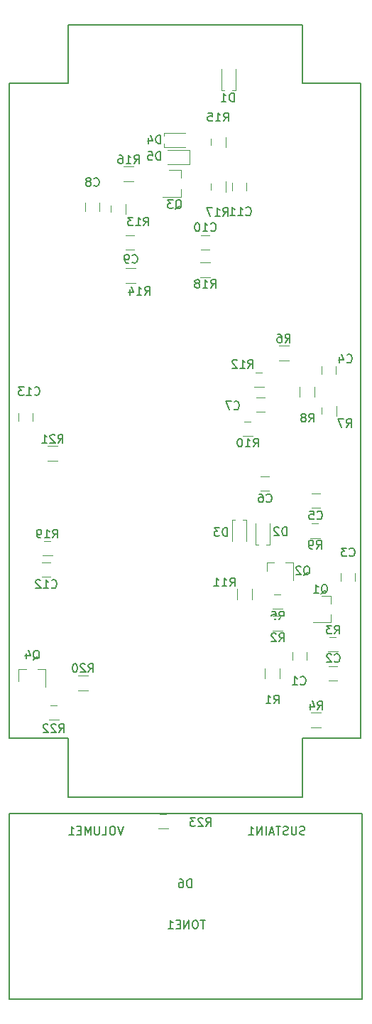
<source format=gbr>
G04 #@! TF.FileFunction,Legend,Bot*
%FSLAX46Y46*%
G04 Gerber Fmt 4.6, Leading zero omitted, Abs format (unit mm)*
G04 Created by KiCad (PCBNEW 4.0.6) date 01/08/18 00:15:57*
%MOMM*%
%LPD*%
G01*
G04 APERTURE LIST*
%ADD10C,0.100000*%
%ADD11C,0.150000*%
%ADD12C,0.120000*%
%ADD13R,1.200000X1.300000*%
%ADD14R,3.900000X3.900000*%
%ADD15O,5.400000X4.400000*%
%ADD16R,1.300000X1.200000*%
%ADD17O,4.400000X3.900000*%
%ADD18C,2.200000*%
%ADD19C,3.400000*%
%ADD20R,2.200000X2.200000*%
%ADD21R,2.100000X2.100000*%
%ADD22O,2.100000X2.100000*%
%ADD23R,0.850000X1.000000*%
%ADD24R,1.000000X0.850000*%
%ADD25R,1.650000X1.900000*%
%ADD26R,1.900000X1.650000*%
%ADD27R,1.700000X1.900000*%
%ADD28R,1.900000X1.700000*%
G04 APERTURE END LIST*
D10*
D11*
X96012000Y-188849000D02*
X96012000Y-110871000D01*
X61087000Y-195834000D02*
X89027000Y-195834000D01*
X61087000Y-188849000D02*
X54102000Y-188849000D01*
X54102000Y-110871000D02*
X54102000Y-188849000D01*
X89027000Y-103886000D02*
X61087000Y-103886000D01*
X96139000Y-197802500D02*
X54102000Y-197802500D01*
X96139000Y-197802500D02*
X96012000Y-197802500D01*
X96139000Y-219900500D02*
X96139000Y-197802500D01*
X54102000Y-219900500D02*
X54102000Y-197929500D01*
X54102000Y-197802500D02*
X54102000Y-197929500D01*
X54178200Y-219875100D02*
X96189800Y-219875100D01*
X61087000Y-110871000D02*
X54102000Y-110871000D01*
X61087000Y-103886000D02*
X61087000Y-110871000D01*
X89027000Y-110871000D02*
X96012000Y-110871000D01*
X89027000Y-103886000D02*
X89027000Y-110871000D01*
X89027000Y-188849000D02*
X89027000Y-195834000D01*
X96012000Y-188849000D02*
X89027000Y-188849000D01*
X61087000Y-188849000D02*
X61087000Y-195834000D01*
D12*
X55189000Y-180596000D02*
X56119000Y-180596000D01*
X58349000Y-180596000D02*
X57419000Y-180596000D01*
X58349000Y-180596000D02*
X58349000Y-182756000D01*
X55189000Y-180596000D02*
X55189000Y-182056000D01*
X92454000Y-171902000D02*
X92454000Y-172832000D01*
X92454000Y-175062000D02*
X92454000Y-174132000D01*
X92454000Y-175062000D02*
X90294000Y-175062000D01*
X92454000Y-171902000D02*
X90994000Y-171902000D01*
X84780000Y-167896000D02*
X85710000Y-167896000D01*
X87940000Y-167896000D02*
X87010000Y-167896000D01*
X87940000Y-167896000D02*
X87940000Y-170056000D01*
X84780000Y-167896000D02*
X84780000Y-169356000D01*
X74547000Y-121229000D02*
X74547000Y-122159000D01*
X74547000Y-124389000D02*
X74547000Y-123459000D01*
X74547000Y-124389000D02*
X72387000Y-124389000D01*
X74547000Y-121229000D02*
X73087000Y-121229000D01*
X81114000Y-111736000D02*
X79414000Y-111736000D01*
X79414000Y-111736000D02*
X79414000Y-109186000D01*
X81114000Y-111736000D02*
X81114000Y-109186000D01*
X85178000Y-165838000D02*
X83478000Y-165838000D01*
X83478000Y-165838000D02*
X83478000Y-163288000D01*
X85178000Y-165838000D02*
X85178000Y-163288000D01*
X80684000Y-162838000D02*
X82384000Y-162838000D01*
X82384000Y-162838000D02*
X82384000Y-165388000D01*
X80684000Y-162838000D02*
X80684000Y-165388000D01*
X75541000Y-118784000D02*
X75541000Y-120484000D01*
X75541000Y-120484000D02*
X72991000Y-120484000D01*
X75541000Y-118784000D02*
X72991000Y-118784000D01*
X72541000Y-118452000D02*
X72541000Y-116752000D01*
X72541000Y-116752000D02*
X75091000Y-116752000D01*
X72541000Y-118452000D02*
X75091000Y-118452000D01*
X87859500Y-179570000D02*
X87859500Y-178570000D01*
X89559500Y-178570000D02*
X89559500Y-179570000D01*
X92210000Y-180252000D02*
X93210000Y-180252000D01*
X93210000Y-181952000D02*
X92210000Y-181952000D01*
X93638000Y-170172000D02*
X93638000Y-169172000D01*
X95338000Y-169172000D02*
X95338000Y-170172000D01*
X91352000Y-145534000D02*
X91352000Y-144534000D01*
X93052000Y-144534000D02*
X93052000Y-145534000D01*
X91114500Y-161441500D02*
X90114500Y-161441500D01*
X90114500Y-159741500D02*
X91114500Y-159741500D01*
X85082000Y-159409500D02*
X84082000Y-159409500D01*
X84082000Y-157709500D02*
X85082000Y-157709500D01*
X83510500Y-148311500D02*
X84510500Y-148311500D01*
X84510500Y-150011500D02*
X83510500Y-150011500D01*
X63158000Y-126103000D02*
X63158000Y-125103000D01*
X64858000Y-125103000D02*
X64858000Y-126103000D01*
X67953000Y-129007500D02*
X68953000Y-129007500D01*
X68953000Y-130707500D02*
X67953000Y-130707500D01*
X76970000Y-128944000D02*
X77970000Y-128944000D01*
X77970000Y-130644000D02*
X76970000Y-130644000D01*
X82384000Y-122690000D02*
X82384000Y-123690000D01*
X80684000Y-123690000D02*
X80684000Y-122690000D01*
X58983500Y-169633000D02*
X57983500Y-169633000D01*
X57983500Y-167933000D02*
X58983500Y-167933000D01*
X56857000Y-150122000D02*
X56857000Y-151122000D01*
X55157000Y-151122000D02*
X55157000Y-150122000D01*
X86351000Y-181765500D02*
X86351000Y-180565500D01*
X84591000Y-180565500D02*
X84591000Y-181765500D01*
X86706000Y-174316500D02*
X85506000Y-174316500D01*
X85506000Y-176076500D02*
X86706000Y-176076500D01*
X92110000Y-178553000D02*
X93310000Y-178553000D01*
X93310000Y-176793000D02*
X92110000Y-176793000D01*
X90078000Y-187570000D02*
X91278000Y-187570000D01*
X91278000Y-185810000D02*
X90078000Y-185810000D01*
X86706000Y-171713000D02*
X85506000Y-171713000D01*
X85506000Y-173473000D02*
X86706000Y-173473000D01*
X87404500Y-142122000D02*
X86204500Y-142122000D01*
X86204500Y-143882000D02*
X87404500Y-143882000D01*
X93082000Y-150523500D02*
X93082000Y-149323500D01*
X91322000Y-149323500D02*
X91322000Y-150523500D01*
X88718500Y-147037500D02*
X88718500Y-148237500D01*
X90478500Y-148237500D02*
X90478500Y-147037500D01*
X91151000Y-163267500D02*
X89951000Y-163267500D01*
X89951000Y-165027500D02*
X91151000Y-165027500D01*
X83150000Y-151139000D02*
X81950000Y-151139000D01*
X81950000Y-152899000D02*
X83150000Y-152899000D01*
X83049000Y-172304000D02*
X83049000Y-171104000D01*
X81289000Y-171104000D02*
X81289000Y-172304000D01*
X83283500Y-147057000D02*
X84483500Y-147057000D01*
X84483500Y-145297000D02*
X83283500Y-145297000D01*
X66176000Y-125257000D02*
X66176000Y-126457000D01*
X67936000Y-126457000D02*
X67936000Y-125257000D01*
X67980000Y-134674500D02*
X69180000Y-134674500D01*
X69180000Y-132914500D02*
X67980000Y-132914500D01*
X79874000Y-118519500D02*
X79874000Y-117319500D01*
X78114000Y-117319500D02*
X78114000Y-118519500D01*
X67726000Y-122546000D02*
X68926000Y-122546000D01*
X68926000Y-120786000D02*
X67726000Y-120786000D01*
X78114000Y-122590000D02*
X78114000Y-123790000D01*
X79874000Y-123790000D02*
X79874000Y-122590000D01*
X78070000Y-132216000D02*
X76870000Y-132216000D01*
X76870000Y-133976000D02*
X78070000Y-133976000D01*
X58010500Y-167123000D02*
X59210500Y-167123000D01*
X59210500Y-165363000D02*
X58010500Y-165363000D01*
X63465000Y-181428500D02*
X62265000Y-181428500D01*
X62265000Y-183188500D02*
X63465000Y-183188500D01*
X58645500Y-155820000D02*
X59845500Y-155820000D01*
X59845500Y-154060000D02*
X58645500Y-154060000D01*
X59972500Y-184921000D02*
X58772500Y-184921000D01*
X58772500Y-186681000D02*
X59972500Y-186681000D01*
X71853500Y-199635000D02*
X73053500Y-199635000D01*
X73053500Y-197875000D02*
X71853500Y-197875000D01*
D11*
X56927738Y-179490619D02*
X57022976Y-179443000D01*
X57118214Y-179347762D01*
X57261071Y-179204905D01*
X57356310Y-179157286D01*
X57451548Y-179157286D01*
X57403929Y-179395381D02*
X57499167Y-179347762D01*
X57594405Y-179252524D01*
X57642024Y-179062048D01*
X57642024Y-178728714D01*
X57594405Y-178538238D01*
X57499167Y-178443000D01*
X57403929Y-178395381D01*
X57213452Y-178395381D01*
X57118214Y-178443000D01*
X57022976Y-178538238D01*
X56975357Y-178728714D01*
X56975357Y-179062048D01*
X57022976Y-179252524D01*
X57118214Y-179347762D01*
X57213452Y-179395381D01*
X57403929Y-179395381D01*
X56118214Y-178728714D02*
X56118214Y-179395381D01*
X56356310Y-178347762D02*
X56594405Y-179062048D01*
X55975357Y-179062048D01*
X91281238Y-171642019D02*
X91376476Y-171594400D01*
X91471714Y-171499162D01*
X91614571Y-171356305D01*
X91709810Y-171308686D01*
X91805048Y-171308686D01*
X91757429Y-171546781D02*
X91852667Y-171499162D01*
X91947905Y-171403924D01*
X91995524Y-171213448D01*
X91995524Y-170880114D01*
X91947905Y-170689638D01*
X91852667Y-170594400D01*
X91757429Y-170546781D01*
X91566952Y-170546781D01*
X91471714Y-170594400D01*
X91376476Y-170689638D01*
X91328857Y-170880114D01*
X91328857Y-171213448D01*
X91376476Y-171403924D01*
X91471714Y-171499162D01*
X91566952Y-171546781D01*
X91757429Y-171546781D01*
X90376476Y-171546781D02*
X90947905Y-171546781D01*
X90662191Y-171546781D02*
X90662191Y-170546781D01*
X90757429Y-170689638D01*
X90852667Y-170784876D01*
X90947905Y-170832495D01*
X89185738Y-169457619D02*
X89280976Y-169410000D01*
X89376214Y-169314762D01*
X89519071Y-169171905D01*
X89614310Y-169124286D01*
X89709548Y-169124286D01*
X89661929Y-169362381D02*
X89757167Y-169314762D01*
X89852405Y-169219524D01*
X89900024Y-169029048D01*
X89900024Y-168695714D01*
X89852405Y-168505238D01*
X89757167Y-168410000D01*
X89661929Y-168362381D01*
X89471452Y-168362381D01*
X89376214Y-168410000D01*
X89280976Y-168505238D01*
X89233357Y-168695714D01*
X89233357Y-169029048D01*
X89280976Y-169219524D01*
X89376214Y-169314762D01*
X89471452Y-169362381D01*
X89661929Y-169362381D01*
X88852405Y-168457619D02*
X88804786Y-168410000D01*
X88709548Y-168362381D01*
X88471452Y-168362381D01*
X88376214Y-168410000D01*
X88328595Y-168457619D01*
X88280976Y-168552857D01*
X88280976Y-168648095D01*
X88328595Y-168790952D01*
X88900024Y-169362381D01*
X88280976Y-169362381D01*
X73882238Y-125856619D02*
X73977476Y-125809000D01*
X74072714Y-125713762D01*
X74215571Y-125570905D01*
X74310810Y-125523286D01*
X74406048Y-125523286D01*
X74358429Y-125761381D02*
X74453667Y-125713762D01*
X74548905Y-125618524D01*
X74596524Y-125428048D01*
X74596524Y-125094714D01*
X74548905Y-124904238D01*
X74453667Y-124809000D01*
X74358429Y-124761381D01*
X74167952Y-124761381D01*
X74072714Y-124809000D01*
X73977476Y-124904238D01*
X73929857Y-125094714D01*
X73929857Y-125428048D01*
X73977476Y-125618524D01*
X74072714Y-125713762D01*
X74167952Y-125761381D01*
X74358429Y-125761381D01*
X73596524Y-124761381D02*
X72977476Y-124761381D01*
X73310810Y-125142333D01*
X73167952Y-125142333D01*
X73072714Y-125189952D01*
X73025095Y-125237571D01*
X72977476Y-125332810D01*
X72977476Y-125570905D01*
X73025095Y-125666143D01*
X73072714Y-125713762D01*
X73167952Y-125761381D01*
X73453667Y-125761381D01*
X73548905Y-125713762D01*
X73596524Y-125666143D01*
X89312333Y-200302762D02*
X89169476Y-200350381D01*
X88931380Y-200350381D01*
X88836142Y-200302762D01*
X88788523Y-200255143D01*
X88740904Y-200159905D01*
X88740904Y-200064667D01*
X88788523Y-199969429D01*
X88836142Y-199921810D01*
X88931380Y-199874190D01*
X89121857Y-199826571D01*
X89217095Y-199778952D01*
X89264714Y-199731333D01*
X89312333Y-199636095D01*
X89312333Y-199540857D01*
X89264714Y-199445619D01*
X89217095Y-199398000D01*
X89121857Y-199350381D01*
X88883761Y-199350381D01*
X88740904Y-199398000D01*
X88312333Y-199350381D02*
X88312333Y-200159905D01*
X88264714Y-200255143D01*
X88217095Y-200302762D01*
X88121857Y-200350381D01*
X87931380Y-200350381D01*
X87836142Y-200302762D01*
X87788523Y-200255143D01*
X87740904Y-200159905D01*
X87740904Y-199350381D01*
X87312333Y-200302762D02*
X87169476Y-200350381D01*
X86931380Y-200350381D01*
X86836142Y-200302762D01*
X86788523Y-200255143D01*
X86740904Y-200159905D01*
X86740904Y-200064667D01*
X86788523Y-199969429D01*
X86836142Y-199921810D01*
X86931380Y-199874190D01*
X87121857Y-199826571D01*
X87217095Y-199778952D01*
X87264714Y-199731333D01*
X87312333Y-199636095D01*
X87312333Y-199540857D01*
X87264714Y-199445619D01*
X87217095Y-199398000D01*
X87121857Y-199350381D01*
X86883761Y-199350381D01*
X86740904Y-199398000D01*
X86455190Y-199350381D02*
X85883761Y-199350381D01*
X86169476Y-200350381D02*
X86169476Y-199350381D01*
X85598047Y-200064667D02*
X85121856Y-200064667D01*
X85693285Y-200350381D02*
X85359952Y-199350381D01*
X85026618Y-200350381D01*
X84693285Y-200350381D02*
X84693285Y-199350381D01*
X84217095Y-200350381D02*
X84217095Y-199350381D01*
X83645666Y-200350381D01*
X83645666Y-199350381D01*
X82645666Y-200350381D02*
X83217095Y-200350381D01*
X82931381Y-200350381D02*
X82931381Y-199350381D01*
X83026619Y-199493238D01*
X83121857Y-199588476D01*
X83217095Y-199636095D01*
X77445905Y-210526381D02*
X76874476Y-210526381D01*
X77160191Y-211526381D02*
X77160191Y-210526381D01*
X76350667Y-210526381D02*
X76160190Y-210526381D01*
X76064952Y-210574000D01*
X75969714Y-210669238D01*
X75922095Y-210859714D01*
X75922095Y-211193048D01*
X75969714Y-211383524D01*
X76064952Y-211478762D01*
X76160190Y-211526381D01*
X76350667Y-211526381D01*
X76445905Y-211478762D01*
X76541143Y-211383524D01*
X76588762Y-211193048D01*
X76588762Y-210859714D01*
X76541143Y-210669238D01*
X76445905Y-210574000D01*
X76350667Y-210526381D01*
X75493524Y-211526381D02*
X75493524Y-210526381D01*
X74922095Y-211526381D01*
X74922095Y-210526381D01*
X74445905Y-211002571D02*
X74112571Y-211002571D01*
X73969714Y-211526381D02*
X74445905Y-211526381D01*
X74445905Y-210526381D01*
X73969714Y-210526381D01*
X73017333Y-211526381D02*
X73588762Y-211526381D01*
X73303048Y-211526381D02*
X73303048Y-210526381D01*
X73398286Y-210669238D01*
X73493524Y-210764476D01*
X73588762Y-210812095D01*
X67674714Y-199350381D02*
X67341381Y-200350381D01*
X67008047Y-199350381D01*
X66484238Y-199350381D02*
X66293761Y-199350381D01*
X66198523Y-199398000D01*
X66103285Y-199493238D01*
X66055666Y-199683714D01*
X66055666Y-200017048D01*
X66103285Y-200207524D01*
X66198523Y-200302762D01*
X66293761Y-200350381D01*
X66484238Y-200350381D01*
X66579476Y-200302762D01*
X66674714Y-200207524D01*
X66722333Y-200017048D01*
X66722333Y-199683714D01*
X66674714Y-199493238D01*
X66579476Y-199398000D01*
X66484238Y-199350381D01*
X65150904Y-200350381D02*
X65627095Y-200350381D01*
X65627095Y-199350381D01*
X64817571Y-199350381D02*
X64817571Y-200159905D01*
X64769952Y-200255143D01*
X64722333Y-200302762D01*
X64627095Y-200350381D01*
X64436618Y-200350381D01*
X64341380Y-200302762D01*
X64293761Y-200255143D01*
X64246142Y-200159905D01*
X64246142Y-199350381D01*
X63769952Y-200350381D02*
X63769952Y-199350381D01*
X63436618Y-200064667D01*
X63103285Y-199350381D01*
X63103285Y-200350381D01*
X62627095Y-199826571D02*
X62293761Y-199826571D01*
X62150904Y-200350381D02*
X62627095Y-200350381D01*
X62627095Y-199350381D01*
X62150904Y-199350381D01*
X61198523Y-200350381D02*
X61769952Y-200350381D01*
X61484238Y-200350381D02*
X61484238Y-199350381D01*
X61579476Y-199493238D01*
X61674714Y-199588476D01*
X61769952Y-199636095D01*
X75795095Y-206636881D02*
X75795095Y-205636881D01*
X75557000Y-205636881D01*
X75414142Y-205684500D01*
X75318904Y-205779738D01*
X75271285Y-205874976D01*
X75223666Y-206065452D01*
X75223666Y-206208310D01*
X75271285Y-206398786D01*
X75318904Y-206494024D01*
X75414142Y-206589262D01*
X75557000Y-206636881D01*
X75795095Y-206636881D01*
X74366523Y-205636881D02*
X74557000Y-205636881D01*
X74652238Y-205684500D01*
X74699857Y-205732119D01*
X74795095Y-205874976D01*
X74842714Y-206065452D01*
X74842714Y-206446405D01*
X74795095Y-206541643D01*
X74747476Y-206589262D01*
X74652238Y-206636881D01*
X74461761Y-206636881D01*
X74366523Y-206589262D01*
X74318904Y-206541643D01*
X74271285Y-206446405D01*
X74271285Y-206208310D01*
X74318904Y-206113071D01*
X74366523Y-206065452D01*
X74461761Y-206017833D01*
X74652238Y-206017833D01*
X74747476Y-206065452D01*
X74795095Y-206113071D01*
X74842714Y-206208310D01*
X80875095Y-113037881D02*
X80875095Y-112037881D01*
X80637000Y-112037881D01*
X80494142Y-112085500D01*
X80398904Y-112180738D01*
X80351285Y-112275976D01*
X80303666Y-112466452D01*
X80303666Y-112609310D01*
X80351285Y-112799786D01*
X80398904Y-112895024D01*
X80494142Y-112990262D01*
X80637000Y-113037881D01*
X80875095Y-113037881D01*
X79351285Y-113037881D02*
X79922714Y-113037881D01*
X79637000Y-113037881D02*
X79637000Y-112037881D01*
X79732238Y-112180738D01*
X79827476Y-112275976D01*
X79922714Y-112323595D01*
X87161595Y-164726881D02*
X87161595Y-163726881D01*
X86923500Y-163726881D01*
X86780642Y-163774500D01*
X86685404Y-163869738D01*
X86637785Y-163964976D01*
X86590166Y-164155452D01*
X86590166Y-164298310D01*
X86637785Y-164488786D01*
X86685404Y-164584024D01*
X86780642Y-164679262D01*
X86923500Y-164726881D01*
X87161595Y-164726881D01*
X86209214Y-163822119D02*
X86161595Y-163774500D01*
X86066357Y-163726881D01*
X85828261Y-163726881D01*
X85733023Y-163774500D01*
X85685404Y-163822119D01*
X85637785Y-163917357D01*
X85637785Y-164012595D01*
X85685404Y-164155452D01*
X86256833Y-164726881D01*
X85637785Y-164726881D01*
X80049595Y-164790381D02*
X80049595Y-163790381D01*
X79811500Y-163790381D01*
X79668642Y-163838000D01*
X79573404Y-163933238D01*
X79525785Y-164028476D01*
X79478166Y-164218952D01*
X79478166Y-164361810D01*
X79525785Y-164552286D01*
X79573404Y-164647524D01*
X79668642Y-164742762D01*
X79811500Y-164790381D01*
X80049595Y-164790381D01*
X79144833Y-163790381D02*
X78525785Y-163790381D01*
X78859119Y-164171333D01*
X78716261Y-164171333D01*
X78621023Y-164218952D01*
X78573404Y-164266571D01*
X78525785Y-164361810D01*
X78525785Y-164599905D01*
X78573404Y-164695143D01*
X78621023Y-164742762D01*
X78716261Y-164790381D01*
X79001976Y-164790381D01*
X79097214Y-164742762D01*
X79144833Y-164695143D01*
X72112095Y-118054381D02*
X72112095Y-117054381D01*
X71874000Y-117054381D01*
X71731142Y-117102000D01*
X71635904Y-117197238D01*
X71588285Y-117292476D01*
X71540666Y-117482952D01*
X71540666Y-117625810D01*
X71588285Y-117816286D01*
X71635904Y-117911524D01*
X71731142Y-118006762D01*
X71874000Y-118054381D01*
X72112095Y-118054381D01*
X70683523Y-117387714D02*
X70683523Y-118054381D01*
X70921619Y-117006762D02*
X71159714Y-117721048D01*
X70540666Y-117721048D01*
X72112095Y-120022881D02*
X72112095Y-119022881D01*
X71874000Y-119022881D01*
X71731142Y-119070500D01*
X71635904Y-119165738D01*
X71588285Y-119260976D01*
X71540666Y-119451452D01*
X71540666Y-119594310D01*
X71588285Y-119784786D01*
X71635904Y-119880024D01*
X71731142Y-119975262D01*
X71874000Y-120022881D01*
X72112095Y-120022881D01*
X70635904Y-119022881D02*
X71112095Y-119022881D01*
X71159714Y-119499071D01*
X71112095Y-119451452D01*
X71016857Y-119403833D01*
X70778761Y-119403833D01*
X70683523Y-119451452D01*
X70635904Y-119499071D01*
X70588285Y-119594310D01*
X70588285Y-119832405D01*
X70635904Y-119927643D01*
X70683523Y-119975262D01*
X70778761Y-120022881D01*
X71016857Y-120022881D01*
X71112095Y-119975262D01*
X71159714Y-119927643D01*
X88812666Y-182411643D02*
X88860285Y-182459262D01*
X89003142Y-182506881D01*
X89098380Y-182506881D01*
X89241238Y-182459262D01*
X89336476Y-182364024D01*
X89384095Y-182268786D01*
X89431714Y-182078310D01*
X89431714Y-181935452D01*
X89384095Y-181744976D01*
X89336476Y-181649738D01*
X89241238Y-181554500D01*
X89098380Y-181506881D01*
X89003142Y-181506881D01*
X88860285Y-181554500D01*
X88812666Y-181602119D01*
X87860285Y-182506881D02*
X88431714Y-182506881D01*
X88146000Y-182506881D02*
X88146000Y-181506881D01*
X88241238Y-181649738D01*
X88336476Y-181744976D01*
X88431714Y-181792595D01*
X92876666Y-179709143D02*
X92924285Y-179756762D01*
X93067142Y-179804381D01*
X93162380Y-179804381D01*
X93305238Y-179756762D01*
X93400476Y-179661524D01*
X93448095Y-179566286D01*
X93495714Y-179375810D01*
X93495714Y-179232952D01*
X93448095Y-179042476D01*
X93400476Y-178947238D01*
X93305238Y-178852000D01*
X93162380Y-178804381D01*
X93067142Y-178804381D01*
X92924285Y-178852000D01*
X92876666Y-178899619D01*
X92495714Y-178899619D02*
X92448095Y-178852000D01*
X92352857Y-178804381D01*
X92114761Y-178804381D01*
X92019523Y-178852000D01*
X91971904Y-178899619D01*
X91924285Y-178994857D01*
X91924285Y-179090095D01*
X91971904Y-179232952D01*
X92543333Y-179804381D01*
X91924285Y-179804381D01*
X94654666Y-167108143D02*
X94702285Y-167155762D01*
X94845142Y-167203381D01*
X94940380Y-167203381D01*
X95083238Y-167155762D01*
X95178476Y-167060524D01*
X95226095Y-166965286D01*
X95273714Y-166774810D01*
X95273714Y-166631952D01*
X95226095Y-166441476D01*
X95178476Y-166346238D01*
X95083238Y-166251000D01*
X94940380Y-166203381D01*
X94845142Y-166203381D01*
X94702285Y-166251000D01*
X94654666Y-166298619D01*
X94321333Y-166203381D02*
X93702285Y-166203381D01*
X94035619Y-166584333D01*
X93892761Y-166584333D01*
X93797523Y-166631952D01*
X93749904Y-166679571D01*
X93702285Y-166774810D01*
X93702285Y-167012905D01*
X93749904Y-167108143D01*
X93797523Y-167155762D01*
X93892761Y-167203381D01*
X94178476Y-167203381D01*
X94273714Y-167155762D01*
X94321333Y-167108143D01*
X94337166Y-144057643D02*
X94384785Y-144105262D01*
X94527642Y-144152881D01*
X94622880Y-144152881D01*
X94765738Y-144105262D01*
X94860976Y-144010024D01*
X94908595Y-143914786D01*
X94956214Y-143724310D01*
X94956214Y-143581452D01*
X94908595Y-143390976D01*
X94860976Y-143295738D01*
X94765738Y-143200500D01*
X94622880Y-143152881D01*
X94527642Y-143152881D01*
X94384785Y-143200500D01*
X94337166Y-143248119D01*
X93480023Y-143486214D02*
X93480023Y-144152881D01*
X93718119Y-143105262D02*
X93956214Y-143819548D01*
X93337166Y-143819548D01*
X90781166Y-162698643D02*
X90828785Y-162746262D01*
X90971642Y-162793881D01*
X91066880Y-162793881D01*
X91209738Y-162746262D01*
X91304976Y-162651024D01*
X91352595Y-162555786D01*
X91400214Y-162365310D01*
X91400214Y-162222452D01*
X91352595Y-162031976D01*
X91304976Y-161936738D01*
X91209738Y-161841500D01*
X91066880Y-161793881D01*
X90971642Y-161793881D01*
X90828785Y-161841500D01*
X90781166Y-161889119D01*
X89876404Y-161793881D02*
X90352595Y-161793881D01*
X90400214Y-162270071D01*
X90352595Y-162222452D01*
X90257357Y-162174833D01*
X90019261Y-162174833D01*
X89924023Y-162222452D01*
X89876404Y-162270071D01*
X89828785Y-162365310D01*
X89828785Y-162603405D01*
X89876404Y-162698643D01*
X89924023Y-162746262D01*
X90019261Y-162793881D01*
X90257357Y-162793881D01*
X90352595Y-162746262D01*
X90400214Y-162698643D01*
X84748666Y-160666643D02*
X84796285Y-160714262D01*
X84939142Y-160761881D01*
X85034380Y-160761881D01*
X85177238Y-160714262D01*
X85272476Y-160619024D01*
X85320095Y-160523786D01*
X85367714Y-160333310D01*
X85367714Y-160190452D01*
X85320095Y-159999976D01*
X85272476Y-159904738D01*
X85177238Y-159809500D01*
X85034380Y-159761881D01*
X84939142Y-159761881D01*
X84796285Y-159809500D01*
X84748666Y-159857119D01*
X83891523Y-159761881D02*
X84082000Y-159761881D01*
X84177238Y-159809500D01*
X84224857Y-159857119D01*
X84320095Y-159999976D01*
X84367714Y-160190452D01*
X84367714Y-160571405D01*
X84320095Y-160666643D01*
X84272476Y-160714262D01*
X84177238Y-160761881D01*
X83986761Y-160761881D01*
X83891523Y-160714262D01*
X83843904Y-160666643D01*
X83796285Y-160571405D01*
X83796285Y-160333310D01*
X83843904Y-160238071D01*
X83891523Y-160190452D01*
X83986761Y-160142833D01*
X84177238Y-160142833D01*
X84272476Y-160190452D01*
X84320095Y-160238071D01*
X84367714Y-160333310D01*
X80875166Y-149645643D02*
X80922785Y-149693262D01*
X81065642Y-149740881D01*
X81160880Y-149740881D01*
X81303738Y-149693262D01*
X81398976Y-149598024D01*
X81446595Y-149502786D01*
X81494214Y-149312310D01*
X81494214Y-149169452D01*
X81446595Y-148978976D01*
X81398976Y-148883738D01*
X81303738Y-148788500D01*
X81160880Y-148740881D01*
X81065642Y-148740881D01*
X80922785Y-148788500D01*
X80875166Y-148836119D01*
X80541833Y-148740881D02*
X79875166Y-148740881D01*
X80303738Y-149740881D01*
X64174666Y-123039143D02*
X64222285Y-123086762D01*
X64365142Y-123134381D01*
X64460380Y-123134381D01*
X64603238Y-123086762D01*
X64698476Y-122991524D01*
X64746095Y-122896286D01*
X64793714Y-122705810D01*
X64793714Y-122562952D01*
X64746095Y-122372476D01*
X64698476Y-122277238D01*
X64603238Y-122182000D01*
X64460380Y-122134381D01*
X64365142Y-122134381D01*
X64222285Y-122182000D01*
X64174666Y-122229619D01*
X63603238Y-122562952D02*
X63698476Y-122515333D01*
X63746095Y-122467714D01*
X63793714Y-122372476D01*
X63793714Y-122324857D01*
X63746095Y-122229619D01*
X63698476Y-122182000D01*
X63603238Y-122134381D01*
X63412761Y-122134381D01*
X63317523Y-122182000D01*
X63269904Y-122229619D01*
X63222285Y-122324857D01*
X63222285Y-122372476D01*
X63269904Y-122467714D01*
X63317523Y-122515333D01*
X63412761Y-122562952D01*
X63603238Y-122562952D01*
X63698476Y-122610571D01*
X63746095Y-122658190D01*
X63793714Y-122753429D01*
X63793714Y-122943905D01*
X63746095Y-123039143D01*
X63698476Y-123086762D01*
X63603238Y-123134381D01*
X63412761Y-123134381D01*
X63317523Y-123086762D01*
X63269904Y-123039143D01*
X63222285Y-122943905D01*
X63222285Y-122753429D01*
X63269904Y-122658190D01*
X63317523Y-122610571D01*
X63412761Y-122562952D01*
X68746666Y-132183143D02*
X68794285Y-132230762D01*
X68937142Y-132278381D01*
X69032380Y-132278381D01*
X69175238Y-132230762D01*
X69270476Y-132135524D01*
X69318095Y-132040286D01*
X69365714Y-131849810D01*
X69365714Y-131706952D01*
X69318095Y-131516476D01*
X69270476Y-131421238D01*
X69175238Y-131326000D01*
X69032380Y-131278381D01*
X68937142Y-131278381D01*
X68794285Y-131326000D01*
X68746666Y-131373619D01*
X68270476Y-132278381D02*
X68080000Y-132278381D01*
X67984761Y-132230762D01*
X67937142Y-132183143D01*
X67841904Y-132040286D01*
X67794285Y-131849810D01*
X67794285Y-131468857D01*
X67841904Y-131373619D01*
X67889523Y-131326000D01*
X67984761Y-131278381D01*
X68175238Y-131278381D01*
X68270476Y-131326000D01*
X68318095Y-131373619D01*
X68365714Y-131468857D01*
X68365714Y-131706952D01*
X68318095Y-131802190D01*
X68270476Y-131849810D01*
X68175238Y-131897429D01*
X67984761Y-131897429D01*
X67889523Y-131849810D01*
X67841904Y-131802190D01*
X67794285Y-131706952D01*
X78112857Y-128401143D02*
X78160476Y-128448762D01*
X78303333Y-128496381D01*
X78398571Y-128496381D01*
X78541429Y-128448762D01*
X78636667Y-128353524D01*
X78684286Y-128258286D01*
X78731905Y-128067810D01*
X78731905Y-127924952D01*
X78684286Y-127734476D01*
X78636667Y-127639238D01*
X78541429Y-127544000D01*
X78398571Y-127496381D01*
X78303333Y-127496381D01*
X78160476Y-127544000D01*
X78112857Y-127591619D01*
X77160476Y-128496381D02*
X77731905Y-128496381D01*
X77446191Y-128496381D02*
X77446191Y-127496381D01*
X77541429Y-127639238D01*
X77636667Y-127734476D01*
X77731905Y-127782095D01*
X76541429Y-127496381D02*
X76446190Y-127496381D01*
X76350952Y-127544000D01*
X76303333Y-127591619D01*
X76255714Y-127686857D01*
X76208095Y-127877333D01*
X76208095Y-128115429D01*
X76255714Y-128305905D01*
X76303333Y-128401143D01*
X76350952Y-128448762D01*
X76446190Y-128496381D01*
X76541429Y-128496381D01*
X76636667Y-128448762D01*
X76684286Y-128401143D01*
X76731905Y-128305905D01*
X76779524Y-128115429D01*
X76779524Y-127877333D01*
X76731905Y-127686857D01*
X76684286Y-127591619D01*
X76636667Y-127544000D01*
X76541429Y-127496381D01*
X82303857Y-126531643D02*
X82351476Y-126579262D01*
X82494333Y-126626881D01*
X82589571Y-126626881D01*
X82732429Y-126579262D01*
X82827667Y-126484024D01*
X82875286Y-126388786D01*
X82922905Y-126198310D01*
X82922905Y-126055452D01*
X82875286Y-125864976D01*
X82827667Y-125769738D01*
X82732429Y-125674500D01*
X82589571Y-125626881D01*
X82494333Y-125626881D01*
X82351476Y-125674500D01*
X82303857Y-125722119D01*
X81351476Y-126626881D02*
X81922905Y-126626881D01*
X81637191Y-126626881D02*
X81637191Y-125626881D01*
X81732429Y-125769738D01*
X81827667Y-125864976D01*
X81922905Y-125912595D01*
X80399095Y-126626881D02*
X80970524Y-126626881D01*
X80684810Y-126626881D02*
X80684810Y-125626881D01*
X80780048Y-125769738D01*
X80875286Y-125864976D01*
X80970524Y-125912595D01*
X59126357Y-170890143D02*
X59173976Y-170937762D01*
X59316833Y-170985381D01*
X59412071Y-170985381D01*
X59554929Y-170937762D01*
X59650167Y-170842524D01*
X59697786Y-170747286D01*
X59745405Y-170556810D01*
X59745405Y-170413952D01*
X59697786Y-170223476D01*
X59650167Y-170128238D01*
X59554929Y-170033000D01*
X59412071Y-169985381D01*
X59316833Y-169985381D01*
X59173976Y-170033000D01*
X59126357Y-170080619D01*
X58173976Y-170985381D02*
X58745405Y-170985381D01*
X58459691Y-170985381D02*
X58459691Y-169985381D01*
X58554929Y-170128238D01*
X58650167Y-170223476D01*
X58745405Y-170271095D01*
X57793024Y-170080619D02*
X57745405Y-170033000D01*
X57650167Y-169985381D01*
X57412071Y-169985381D01*
X57316833Y-170033000D01*
X57269214Y-170080619D01*
X57221595Y-170175857D01*
X57221595Y-170271095D01*
X57269214Y-170413952D01*
X57840643Y-170985381D01*
X57221595Y-170985381D01*
X57094357Y-147931143D02*
X57141976Y-147978762D01*
X57284833Y-148026381D01*
X57380071Y-148026381D01*
X57522929Y-147978762D01*
X57618167Y-147883524D01*
X57665786Y-147788286D01*
X57713405Y-147597810D01*
X57713405Y-147454952D01*
X57665786Y-147264476D01*
X57618167Y-147169238D01*
X57522929Y-147074000D01*
X57380071Y-147026381D01*
X57284833Y-147026381D01*
X57141976Y-147074000D01*
X57094357Y-147121619D01*
X56141976Y-148026381D02*
X56713405Y-148026381D01*
X56427691Y-148026381D02*
X56427691Y-147026381D01*
X56522929Y-147169238D01*
X56618167Y-147264476D01*
X56713405Y-147312095D01*
X55808643Y-147026381D02*
X55189595Y-147026381D01*
X55522929Y-147407333D01*
X55380071Y-147407333D01*
X55284833Y-147454952D01*
X55237214Y-147502571D01*
X55189595Y-147597810D01*
X55189595Y-147835905D01*
X55237214Y-147931143D01*
X55284833Y-147978762D01*
X55380071Y-148026381D01*
X55665786Y-148026381D01*
X55761024Y-147978762D01*
X55808643Y-147931143D01*
X85637666Y-184729381D02*
X85971000Y-184253190D01*
X86209095Y-184729381D02*
X86209095Y-183729381D01*
X85828142Y-183729381D01*
X85732904Y-183777000D01*
X85685285Y-183824619D01*
X85637666Y-183919857D01*
X85637666Y-184062714D01*
X85685285Y-184157952D01*
X85732904Y-184205571D01*
X85828142Y-184253190D01*
X86209095Y-184253190D01*
X84685285Y-184729381D02*
X85256714Y-184729381D01*
X84971000Y-184729381D02*
X84971000Y-183729381D01*
X85066238Y-183872238D01*
X85161476Y-183967476D01*
X85256714Y-184015095D01*
X86272666Y-177348881D02*
X86606000Y-176872690D01*
X86844095Y-177348881D02*
X86844095Y-176348881D01*
X86463142Y-176348881D01*
X86367904Y-176396500D01*
X86320285Y-176444119D01*
X86272666Y-176539357D01*
X86272666Y-176682214D01*
X86320285Y-176777452D01*
X86367904Y-176825071D01*
X86463142Y-176872690D01*
X86844095Y-176872690D01*
X85891714Y-176444119D02*
X85844095Y-176396500D01*
X85748857Y-176348881D01*
X85510761Y-176348881D01*
X85415523Y-176396500D01*
X85367904Y-176444119D01*
X85320285Y-176539357D01*
X85320285Y-176634595D01*
X85367904Y-176777452D01*
X85939333Y-177348881D01*
X85320285Y-177348881D01*
X92876666Y-176425381D02*
X93210000Y-175949190D01*
X93448095Y-176425381D02*
X93448095Y-175425381D01*
X93067142Y-175425381D01*
X92971904Y-175473000D01*
X92924285Y-175520619D01*
X92876666Y-175615857D01*
X92876666Y-175758714D01*
X92924285Y-175853952D01*
X92971904Y-175901571D01*
X93067142Y-175949190D01*
X93448095Y-175949190D01*
X92543333Y-175425381D02*
X91924285Y-175425381D01*
X92257619Y-175806333D01*
X92114761Y-175806333D01*
X92019523Y-175853952D01*
X91971904Y-175901571D01*
X91924285Y-175996810D01*
X91924285Y-176234905D01*
X91971904Y-176330143D01*
X92019523Y-176377762D01*
X92114761Y-176425381D01*
X92400476Y-176425381D01*
X92495714Y-176377762D01*
X92543333Y-176330143D01*
X90844666Y-185442381D02*
X91178000Y-184966190D01*
X91416095Y-185442381D02*
X91416095Y-184442381D01*
X91035142Y-184442381D01*
X90939904Y-184490000D01*
X90892285Y-184537619D01*
X90844666Y-184632857D01*
X90844666Y-184775714D01*
X90892285Y-184870952D01*
X90939904Y-184918571D01*
X91035142Y-184966190D01*
X91416095Y-184966190D01*
X89987523Y-184775714D02*
X89987523Y-185442381D01*
X90225619Y-184394762D02*
X90463714Y-185109048D01*
X89844666Y-185109048D01*
X86272666Y-174745381D02*
X86606000Y-174269190D01*
X86844095Y-174745381D02*
X86844095Y-173745381D01*
X86463142Y-173745381D01*
X86367904Y-173793000D01*
X86320285Y-173840619D01*
X86272666Y-173935857D01*
X86272666Y-174078714D01*
X86320285Y-174173952D01*
X86367904Y-174221571D01*
X86463142Y-174269190D01*
X86844095Y-174269190D01*
X85367904Y-173745381D02*
X85844095Y-173745381D01*
X85891714Y-174221571D01*
X85844095Y-174173952D01*
X85748857Y-174126333D01*
X85510761Y-174126333D01*
X85415523Y-174173952D01*
X85367904Y-174221571D01*
X85320285Y-174316810D01*
X85320285Y-174554905D01*
X85367904Y-174650143D01*
X85415523Y-174697762D01*
X85510761Y-174745381D01*
X85748857Y-174745381D01*
X85844095Y-174697762D01*
X85891714Y-174650143D01*
X86971166Y-141739881D02*
X87304500Y-141263690D01*
X87542595Y-141739881D02*
X87542595Y-140739881D01*
X87161642Y-140739881D01*
X87066404Y-140787500D01*
X87018785Y-140835119D01*
X86971166Y-140930357D01*
X86971166Y-141073214D01*
X87018785Y-141168452D01*
X87066404Y-141216071D01*
X87161642Y-141263690D01*
X87542595Y-141263690D01*
X86114023Y-140739881D02*
X86304500Y-140739881D01*
X86399738Y-140787500D01*
X86447357Y-140835119D01*
X86542595Y-140977976D01*
X86590214Y-141168452D01*
X86590214Y-141549405D01*
X86542595Y-141644643D01*
X86494976Y-141692262D01*
X86399738Y-141739881D01*
X86209261Y-141739881D01*
X86114023Y-141692262D01*
X86066404Y-141644643D01*
X86018785Y-141549405D01*
X86018785Y-141311310D01*
X86066404Y-141216071D01*
X86114023Y-141168452D01*
X86209261Y-141120833D01*
X86399738Y-141120833D01*
X86494976Y-141168452D01*
X86542595Y-141216071D01*
X86590214Y-141311310D01*
X94273666Y-151836381D02*
X94607000Y-151360190D01*
X94845095Y-151836381D02*
X94845095Y-150836381D01*
X94464142Y-150836381D01*
X94368904Y-150884000D01*
X94321285Y-150931619D01*
X94273666Y-151026857D01*
X94273666Y-151169714D01*
X94321285Y-151264952D01*
X94368904Y-151312571D01*
X94464142Y-151360190D01*
X94845095Y-151360190D01*
X93940333Y-150836381D02*
X93273666Y-150836381D01*
X93702238Y-151836381D01*
X89828666Y-151201381D02*
X90162000Y-150725190D01*
X90400095Y-151201381D02*
X90400095Y-150201381D01*
X90019142Y-150201381D01*
X89923904Y-150249000D01*
X89876285Y-150296619D01*
X89828666Y-150391857D01*
X89828666Y-150534714D01*
X89876285Y-150629952D01*
X89923904Y-150677571D01*
X90019142Y-150725190D01*
X90400095Y-150725190D01*
X89257238Y-150629952D02*
X89352476Y-150582333D01*
X89400095Y-150534714D01*
X89447714Y-150439476D01*
X89447714Y-150391857D01*
X89400095Y-150296619D01*
X89352476Y-150249000D01*
X89257238Y-150201381D01*
X89066761Y-150201381D01*
X88971523Y-150249000D01*
X88923904Y-150296619D01*
X88876285Y-150391857D01*
X88876285Y-150439476D01*
X88923904Y-150534714D01*
X88971523Y-150582333D01*
X89066761Y-150629952D01*
X89257238Y-150629952D01*
X89352476Y-150677571D01*
X89400095Y-150725190D01*
X89447714Y-150820429D01*
X89447714Y-151010905D01*
X89400095Y-151106143D01*
X89352476Y-151153762D01*
X89257238Y-151201381D01*
X89066761Y-151201381D01*
X88971523Y-151153762D01*
X88923904Y-151106143D01*
X88876285Y-151010905D01*
X88876285Y-150820429D01*
X88923904Y-150725190D01*
X88971523Y-150677571D01*
X89066761Y-150629952D01*
X90717666Y-166299881D02*
X91051000Y-165823690D01*
X91289095Y-166299881D02*
X91289095Y-165299881D01*
X90908142Y-165299881D01*
X90812904Y-165347500D01*
X90765285Y-165395119D01*
X90717666Y-165490357D01*
X90717666Y-165633214D01*
X90765285Y-165728452D01*
X90812904Y-165776071D01*
X90908142Y-165823690D01*
X91289095Y-165823690D01*
X90241476Y-166299881D02*
X90051000Y-166299881D01*
X89955761Y-166252262D01*
X89908142Y-166204643D01*
X89812904Y-166061786D01*
X89765285Y-165871310D01*
X89765285Y-165490357D01*
X89812904Y-165395119D01*
X89860523Y-165347500D01*
X89955761Y-165299881D01*
X90146238Y-165299881D01*
X90241476Y-165347500D01*
X90289095Y-165395119D01*
X90336714Y-165490357D01*
X90336714Y-165728452D01*
X90289095Y-165823690D01*
X90241476Y-165871310D01*
X90146238Y-165918929D01*
X89955761Y-165918929D01*
X89860523Y-165871310D01*
X89812904Y-165823690D01*
X89765285Y-165728452D01*
X83192857Y-154171381D02*
X83526191Y-153695190D01*
X83764286Y-154171381D02*
X83764286Y-153171381D01*
X83383333Y-153171381D01*
X83288095Y-153219000D01*
X83240476Y-153266619D01*
X83192857Y-153361857D01*
X83192857Y-153504714D01*
X83240476Y-153599952D01*
X83288095Y-153647571D01*
X83383333Y-153695190D01*
X83764286Y-153695190D01*
X82240476Y-154171381D02*
X82811905Y-154171381D01*
X82526191Y-154171381D02*
X82526191Y-153171381D01*
X82621429Y-153314238D01*
X82716667Y-153409476D01*
X82811905Y-153457095D01*
X81621429Y-153171381D02*
X81526190Y-153171381D01*
X81430952Y-153219000D01*
X81383333Y-153266619D01*
X81335714Y-153361857D01*
X81288095Y-153552333D01*
X81288095Y-153790429D01*
X81335714Y-153980905D01*
X81383333Y-154076143D01*
X81430952Y-154123762D01*
X81526190Y-154171381D01*
X81621429Y-154171381D01*
X81716667Y-154123762D01*
X81764286Y-154076143D01*
X81811905Y-153980905D01*
X81859524Y-153790429D01*
X81859524Y-153552333D01*
X81811905Y-153361857D01*
X81764286Y-153266619D01*
X81716667Y-153219000D01*
X81621429Y-153171381D01*
X80398857Y-170759381D02*
X80732191Y-170283190D01*
X80970286Y-170759381D02*
X80970286Y-169759381D01*
X80589333Y-169759381D01*
X80494095Y-169807000D01*
X80446476Y-169854619D01*
X80398857Y-169949857D01*
X80398857Y-170092714D01*
X80446476Y-170187952D01*
X80494095Y-170235571D01*
X80589333Y-170283190D01*
X80970286Y-170283190D01*
X79446476Y-170759381D02*
X80017905Y-170759381D01*
X79732191Y-170759381D02*
X79732191Y-169759381D01*
X79827429Y-169902238D01*
X79922667Y-169997476D01*
X80017905Y-170045095D01*
X78494095Y-170759381D02*
X79065524Y-170759381D01*
X78779810Y-170759381D02*
X78779810Y-169759381D01*
X78875048Y-169902238D01*
X78970286Y-169997476D01*
X79065524Y-170045095D01*
X82557857Y-144787881D02*
X82891191Y-144311690D01*
X83129286Y-144787881D02*
X83129286Y-143787881D01*
X82748333Y-143787881D01*
X82653095Y-143835500D01*
X82605476Y-143883119D01*
X82557857Y-143978357D01*
X82557857Y-144121214D01*
X82605476Y-144216452D01*
X82653095Y-144264071D01*
X82748333Y-144311690D01*
X83129286Y-144311690D01*
X81605476Y-144787881D02*
X82176905Y-144787881D01*
X81891191Y-144787881D02*
X81891191Y-143787881D01*
X81986429Y-143930738D01*
X82081667Y-144025976D01*
X82176905Y-144073595D01*
X81224524Y-143883119D02*
X81176905Y-143835500D01*
X81081667Y-143787881D01*
X80843571Y-143787881D01*
X80748333Y-143835500D01*
X80700714Y-143883119D01*
X80653095Y-143978357D01*
X80653095Y-144073595D01*
X80700714Y-144216452D01*
X81272143Y-144787881D01*
X80653095Y-144787881D01*
X70111857Y-127833381D02*
X70445191Y-127357190D01*
X70683286Y-127833381D02*
X70683286Y-126833381D01*
X70302333Y-126833381D01*
X70207095Y-126881000D01*
X70159476Y-126928619D01*
X70111857Y-127023857D01*
X70111857Y-127166714D01*
X70159476Y-127261952D01*
X70207095Y-127309571D01*
X70302333Y-127357190D01*
X70683286Y-127357190D01*
X69159476Y-127833381D02*
X69730905Y-127833381D01*
X69445191Y-127833381D02*
X69445191Y-126833381D01*
X69540429Y-126976238D01*
X69635667Y-127071476D01*
X69730905Y-127119095D01*
X68826143Y-126833381D02*
X68207095Y-126833381D01*
X68540429Y-127214333D01*
X68397571Y-127214333D01*
X68302333Y-127261952D01*
X68254714Y-127309571D01*
X68207095Y-127404810D01*
X68207095Y-127642905D01*
X68254714Y-127738143D01*
X68302333Y-127785762D01*
X68397571Y-127833381D01*
X68683286Y-127833381D01*
X68778524Y-127785762D01*
X68826143Y-127738143D01*
X70238857Y-136088381D02*
X70572191Y-135612190D01*
X70810286Y-136088381D02*
X70810286Y-135088381D01*
X70429333Y-135088381D01*
X70334095Y-135136000D01*
X70286476Y-135183619D01*
X70238857Y-135278857D01*
X70238857Y-135421714D01*
X70286476Y-135516952D01*
X70334095Y-135564571D01*
X70429333Y-135612190D01*
X70810286Y-135612190D01*
X69286476Y-136088381D02*
X69857905Y-136088381D01*
X69572191Y-136088381D02*
X69572191Y-135088381D01*
X69667429Y-135231238D01*
X69762667Y-135326476D01*
X69857905Y-135374095D01*
X68429333Y-135421714D02*
X68429333Y-136088381D01*
X68667429Y-135040762D02*
X68905524Y-135755048D01*
X68286476Y-135755048D01*
X79636857Y-115387381D02*
X79970191Y-114911190D01*
X80208286Y-115387381D02*
X80208286Y-114387381D01*
X79827333Y-114387381D01*
X79732095Y-114435000D01*
X79684476Y-114482619D01*
X79636857Y-114577857D01*
X79636857Y-114720714D01*
X79684476Y-114815952D01*
X79732095Y-114863571D01*
X79827333Y-114911190D01*
X80208286Y-114911190D01*
X78684476Y-115387381D02*
X79255905Y-115387381D01*
X78970191Y-115387381D02*
X78970191Y-114387381D01*
X79065429Y-114530238D01*
X79160667Y-114625476D01*
X79255905Y-114673095D01*
X77779714Y-114387381D02*
X78255905Y-114387381D01*
X78303524Y-114863571D01*
X78255905Y-114815952D01*
X78160667Y-114768333D01*
X77922571Y-114768333D01*
X77827333Y-114815952D01*
X77779714Y-114863571D01*
X77732095Y-114958810D01*
X77732095Y-115196905D01*
X77779714Y-115292143D01*
X77827333Y-115339762D01*
X77922571Y-115387381D01*
X78160667Y-115387381D01*
X78255905Y-115339762D01*
X78303524Y-115292143D01*
X68968857Y-120418381D02*
X69302191Y-119942190D01*
X69540286Y-120418381D02*
X69540286Y-119418381D01*
X69159333Y-119418381D01*
X69064095Y-119466000D01*
X69016476Y-119513619D01*
X68968857Y-119608857D01*
X68968857Y-119751714D01*
X69016476Y-119846952D01*
X69064095Y-119894571D01*
X69159333Y-119942190D01*
X69540286Y-119942190D01*
X68016476Y-120418381D02*
X68587905Y-120418381D01*
X68302191Y-120418381D02*
X68302191Y-119418381D01*
X68397429Y-119561238D01*
X68492667Y-119656476D01*
X68587905Y-119704095D01*
X67159333Y-119418381D02*
X67349810Y-119418381D01*
X67445048Y-119466000D01*
X67492667Y-119513619D01*
X67587905Y-119656476D01*
X67635524Y-119846952D01*
X67635524Y-120227905D01*
X67587905Y-120323143D01*
X67540286Y-120370762D01*
X67445048Y-120418381D01*
X67254571Y-120418381D01*
X67159333Y-120370762D01*
X67111714Y-120323143D01*
X67064095Y-120227905D01*
X67064095Y-119989810D01*
X67111714Y-119894571D01*
X67159333Y-119846952D01*
X67254571Y-119799333D01*
X67445048Y-119799333D01*
X67540286Y-119846952D01*
X67587905Y-119894571D01*
X67635524Y-119989810D01*
X79573357Y-126690381D02*
X79906691Y-126214190D01*
X80144786Y-126690381D02*
X80144786Y-125690381D01*
X79763833Y-125690381D01*
X79668595Y-125738000D01*
X79620976Y-125785619D01*
X79573357Y-125880857D01*
X79573357Y-126023714D01*
X79620976Y-126118952D01*
X79668595Y-126166571D01*
X79763833Y-126214190D01*
X80144786Y-126214190D01*
X78620976Y-126690381D02*
X79192405Y-126690381D01*
X78906691Y-126690381D02*
X78906691Y-125690381D01*
X79001929Y-125833238D01*
X79097167Y-125928476D01*
X79192405Y-125976095D01*
X78287643Y-125690381D02*
X77620976Y-125690381D01*
X78049548Y-126690381D01*
X78112857Y-135248381D02*
X78446191Y-134772190D01*
X78684286Y-135248381D02*
X78684286Y-134248381D01*
X78303333Y-134248381D01*
X78208095Y-134296000D01*
X78160476Y-134343619D01*
X78112857Y-134438857D01*
X78112857Y-134581714D01*
X78160476Y-134676952D01*
X78208095Y-134724571D01*
X78303333Y-134772190D01*
X78684286Y-134772190D01*
X77160476Y-135248381D02*
X77731905Y-135248381D01*
X77446191Y-135248381D02*
X77446191Y-134248381D01*
X77541429Y-134391238D01*
X77636667Y-134486476D01*
X77731905Y-134534095D01*
X76589048Y-134676952D02*
X76684286Y-134629333D01*
X76731905Y-134581714D01*
X76779524Y-134486476D01*
X76779524Y-134438857D01*
X76731905Y-134343619D01*
X76684286Y-134296000D01*
X76589048Y-134248381D01*
X76398571Y-134248381D01*
X76303333Y-134296000D01*
X76255714Y-134343619D01*
X76208095Y-134438857D01*
X76208095Y-134486476D01*
X76255714Y-134581714D01*
X76303333Y-134629333D01*
X76398571Y-134676952D01*
X76589048Y-134676952D01*
X76684286Y-134724571D01*
X76731905Y-134772190D01*
X76779524Y-134867429D01*
X76779524Y-135057905D01*
X76731905Y-135153143D01*
X76684286Y-135200762D01*
X76589048Y-135248381D01*
X76398571Y-135248381D01*
X76303333Y-135200762D01*
X76255714Y-135153143D01*
X76208095Y-135057905D01*
X76208095Y-134867429D01*
X76255714Y-134772190D01*
X76303333Y-134724571D01*
X76398571Y-134676952D01*
X59253357Y-164995381D02*
X59586691Y-164519190D01*
X59824786Y-164995381D02*
X59824786Y-163995381D01*
X59443833Y-163995381D01*
X59348595Y-164043000D01*
X59300976Y-164090619D01*
X59253357Y-164185857D01*
X59253357Y-164328714D01*
X59300976Y-164423952D01*
X59348595Y-164471571D01*
X59443833Y-164519190D01*
X59824786Y-164519190D01*
X58300976Y-164995381D02*
X58872405Y-164995381D01*
X58586691Y-164995381D02*
X58586691Y-163995381D01*
X58681929Y-164138238D01*
X58777167Y-164233476D01*
X58872405Y-164281095D01*
X57824786Y-164995381D02*
X57634310Y-164995381D01*
X57539071Y-164947762D01*
X57491452Y-164900143D01*
X57396214Y-164757286D01*
X57348595Y-164566810D01*
X57348595Y-164185857D01*
X57396214Y-164090619D01*
X57443833Y-164043000D01*
X57539071Y-163995381D01*
X57729548Y-163995381D01*
X57824786Y-164043000D01*
X57872405Y-164090619D01*
X57920024Y-164185857D01*
X57920024Y-164423952D01*
X57872405Y-164519190D01*
X57824786Y-164566810D01*
X57729548Y-164614429D01*
X57539071Y-164614429D01*
X57443833Y-164566810D01*
X57396214Y-164519190D01*
X57348595Y-164423952D01*
X63507857Y-180982881D02*
X63841191Y-180506690D01*
X64079286Y-180982881D02*
X64079286Y-179982881D01*
X63698333Y-179982881D01*
X63603095Y-180030500D01*
X63555476Y-180078119D01*
X63507857Y-180173357D01*
X63507857Y-180316214D01*
X63555476Y-180411452D01*
X63603095Y-180459071D01*
X63698333Y-180506690D01*
X64079286Y-180506690D01*
X63126905Y-180078119D02*
X63079286Y-180030500D01*
X62984048Y-179982881D01*
X62745952Y-179982881D01*
X62650714Y-180030500D01*
X62603095Y-180078119D01*
X62555476Y-180173357D01*
X62555476Y-180268595D01*
X62603095Y-180411452D01*
X63174524Y-180982881D01*
X62555476Y-180982881D01*
X61936429Y-179982881D02*
X61841190Y-179982881D01*
X61745952Y-180030500D01*
X61698333Y-180078119D01*
X61650714Y-180173357D01*
X61603095Y-180363833D01*
X61603095Y-180601929D01*
X61650714Y-180792405D01*
X61698333Y-180887643D01*
X61745952Y-180935262D01*
X61841190Y-180982881D01*
X61936429Y-180982881D01*
X62031667Y-180935262D01*
X62079286Y-180887643D01*
X62126905Y-180792405D01*
X62174524Y-180601929D01*
X62174524Y-180363833D01*
X62126905Y-180173357D01*
X62079286Y-180078119D01*
X62031667Y-180030500D01*
X61936429Y-179982881D01*
X59888357Y-153692381D02*
X60221691Y-153216190D01*
X60459786Y-153692381D02*
X60459786Y-152692381D01*
X60078833Y-152692381D01*
X59983595Y-152740000D01*
X59935976Y-152787619D01*
X59888357Y-152882857D01*
X59888357Y-153025714D01*
X59935976Y-153120952D01*
X59983595Y-153168571D01*
X60078833Y-153216190D01*
X60459786Y-153216190D01*
X59507405Y-152787619D02*
X59459786Y-152740000D01*
X59364548Y-152692381D01*
X59126452Y-152692381D01*
X59031214Y-152740000D01*
X58983595Y-152787619D01*
X58935976Y-152882857D01*
X58935976Y-152978095D01*
X58983595Y-153120952D01*
X59555024Y-153692381D01*
X58935976Y-153692381D01*
X57983595Y-153692381D02*
X58555024Y-153692381D01*
X58269310Y-153692381D02*
X58269310Y-152692381D01*
X58364548Y-152835238D01*
X58459786Y-152930476D01*
X58555024Y-152978095D01*
X60015357Y-188158381D02*
X60348691Y-187682190D01*
X60586786Y-188158381D02*
X60586786Y-187158381D01*
X60205833Y-187158381D01*
X60110595Y-187206000D01*
X60062976Y-187253619D01*
X60015357Y-187348857D01*
X60015357Y-187491714D01*
X60062976Y-187586952D01*
X60110595Y-187634571D01*
X60205833Y-187682190D01*
X60586786Y-187682190D01*
X59634405Y-187253619D02*
X59586786Y-187206000D01*
X59491548Y-187158381D01*
X59253452Y-187158381D01*
X59158214Y-187206000D01*
X59110595Y-187253619D01*
X59062976Y-187348857D01*
X59062976Y-187444095D01*
X59110595Y-187586952D01*
X59682024Y-188158381D01*
X59062976Y-188158381D01*
X58682024Y-187253619D02*
X58634405Y-187206000D01*
X58539167Y-187158381D01*
X58301071Y-187158381D01*
X58205833Y-187206000D01*
X58158214Y-187253619D01*
X58110595Y-187348857D01*
X58110595Y-187444095D01*
X58158214Y-187586952D01*
X58729643Y-188158381D01*
X58110595Y-188158381D01*
X77541357Y-199334381D02*
X77874691Y-198858190D01*
X78112786Y-199334381D02*
X78112786Y-198334381D01*
X77731833Y-198334381D01*
X77636595Y-198382000D01*
X77588976Y-198429619D01*
X77541357Y-198524857D01*
X77541357Y-198667714D01*
X77588976Y-198762952D01*
X77636595Y-198810571D01*
X77731833Y-198858190D01*
X78112786Y-198858190D01*
X77160405Y-198429619D02*
X77112786Y-198382000D01*
X77017548Y-198334381D01*
X76779452Y-198334381D01*
X76684214Y-198382000D01*
X76636595Y-198429619D01*
X76588976Y-198524857D01*
X76588976Y-198620095D01*
X76636595Y-198762952D01*
X77208024Y-199334381D01*
X76588976Y-199334381D01*
X76255643Y-198334381D02*
X75636595Y-198334381D01*
X75969929Y-198715333D01*
X75827071Y-198715333D01*
X75731833Y-198762952D01*
X75684214Y-198810571D01*
X75636595Y-198905810D01*
X75636595Y-199143905D01*
X75684214Y-199239143D01*
X75731833Y-199286762D01*
X75827071Y-199334381D01*
X76112786Y-199334381D01*
X76208024Y-199286762D01*
X76255643Y-199239143D01*
%LPC*%
D13*
X57719000Y-182356000D03*
X55819000Y-182356000D03*
X56769000Y-180356000D03*
D14*
X74422000Y-114046000D03*
X74422000Y-108046000D03*
X69722000Y-111046000D03*
D15*
X77447000Y-155447000D03*
X77447000Y-139447000D03*
X90447000Y-139447000D03*
X90424000Y-155447000D03*
X72540000Y-159513000D03*
X72540000Y-175513000D03*
X59540000Y-175513000D03*
X59563000Y-159513000D03*
D16*
X90694000Y-174432000D03*
X90694000Y-172532000D03*
X92694000Y-173482000D03*
D13*
X87310000Y-169656000D03*
X85410000Y-169656000D03*
X86360000Y-167656000D03*
D16*
X72787000Y-123759000D03*
X72787000Y-121859000D03*
X74787000Y-122809000D03*
D17*
X69557000Y-182344000D03*
X75057000Y-182344000D03*
X80557000Y-182344000D03*
X69557000Y-186944000D03*
X75057000Y-186944000D03*
X80557000Y-186944000D03*
X69557000Y-191544000D03*
X75057000Y-191544000D03*
X80557000Y-191544000D03*
D18*
X83392000Y-209232500D03*
X85892000Y-209232500D03*
X88392000Y-209232500D03*
D19*
X81492000Y-202232500D03*
X90292000Y-202232500D03*
D18*
X72597000Y-217995500D03*
X75097000Y-217995500D03*
X77597000Y-217995500D03*
D19*
X70697000Y-210995500D03*
X79497000Y-210995500D03*
D18*
X61802000Y-209486500D03*
X64302000Y-209486500D03*
X66802000Y-209486500D03*
D19*
X59902000Y-202486500D03*
X68702000Y-202486500D03*
D20*
X74930000Y-201104500D03*
D18*
X74930000Y-203644500D03*
D21*
X94234000Y-215392000D03*
D22*
X94234000Y-212852000D03*
X94234000Y-210312000D03*
X94234000Y-207772000D03*
X94234000Y-205232000D03*
X94234000Y-202692000D03*
D21*
X56007000Y-215392000D03*
D22*
X56007000Y-212852000D03*
X56007000Y-210312000D03*
X56007000Y-207772000D03*
X56007000Y-205232000D03*
X56007000Y-202692000D03*
D21*
X94107000Y-133096000D03*
D22*
X94107000Y-130556000D03*
X94107000Y-128016000D03*
X94107000Y-125476000D03*
X94107000Y-122936000D03*
X94107000Y-120396000D03*
D21*
X56007000Y-133096000D03*
D22*
X56007000Y-130556000D03*
X56007000Y-128016000D03*
X56007000Y-125476000D03*
X56007000Y-122936000D03*
X56007000Y-120396000D03*
D23*
X80264000Y-111286000D03*
X80264000Y-109186000D03*
X84328000Y-165388000D03*
X84328000Y-163288000D03*
X81534000Y-163288000D03*
X81534000Y-165388000D03*
D24*
X75091000Y-119634000D03*
X72991000Y-119634000D03*
X72991000Y-117602000D03*
X75091000Y-117602000D03*
D25*
X88709500Y-177820000D03*
X88709500Y-180320000D03*
D26*
X93960000Y-181102000D03*
X91460000Y-181102000D03*
D25*
X94488000Y-168422000D03*
X94488000Y-170922000D03*
X92202000Y-143784000D03*
X92202000Y-146284000D03*
D26*
X89364500Y-160591500D03*
X91864500Y-160591500D03*
X83332000Y-158559500D03*
X85832000Y-158559500D03*
X85260500Y-149161500D03*
X82760500Y-149161500D03*
D25*
X64008000Y-124353000D03*
X64008000Y-126853000D03*
D26*
X69703000Y-129857500D03*
X67203000Y-129857500D03*
X78720000Y-129794000D03*
X76220000Y-129794000D03*
D25*
X81534000Y-124440000D03*
X81534000Y-121940000D03*
D26*
X57233500Y-168783000D03*
X59733500Y-168783000D03*
D25*
X56007000Y-151872000D03*
X56007000Y-149372000D03*
D27*
X85471000Y-179815500D03*
X85471000Y-182515500D03*
D28*
X84756000Y-175196500D03*
X87456000Y-175196500D03*
X94060000Y-177673000D03*
X91360000Y-177673000D03*
X92028000Y-186690000D03*
X89328000Y-186690000D03*
X84756000Y-172593000D03*
X87456000Y-172593000D03*
X85454500Y-143002000D03*
X88154500Y-143002000D03*
D27*
X92202000Y-148573500D03*
X92202000Y-151273500D03*
X89598500Y-148987500D03*
X89598500Y-146287500D03*
D28*
X89201000Y-164147500D03*
X91901000Y-164147500D03*
X81200000Y-152019000D03*
X83900000Y-152019000D03*
D27*
X82169000Y-170354000D03*
X82169000Y-173054000D03*
D28*
X85233500Y-146177000D03*
X82533500Y-146177000D03*
D27*
X67056000Y-127207000D03*
X67056000Y-124507000D03*
D28*
X69930000Y-133794500D03*
X67230000Y-133794500D03*
D27*
X78994000Y-116569500D03*
X78994000Y-119269500D03*
D28*
X69676000Y-121666000D03*
X66976000Y-121666000D03*
D27*
X78994000Y-124540000D03*
X78994000Y-121840000D03*
D28*
X76120000Y-133096000D03*
X78820000Y-133096000D03*
X59960500Y-166243000D03*
X57260500Y-166243000D03*
X61515000Y-182308500D03*
X64215000Y-182308500D03*
X60595500Y-154940000D03*
X57895500Y-154940000D03*
X58022500Y-185801000D03*
X60722500Y-185801000D03*
X73803500Y-198755000D03*
X71103500Y-198755000D03*
M02*

</source>
